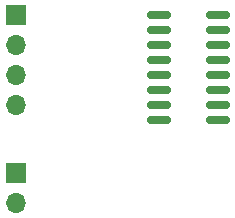
<source format=gbr>
%TF.GenerationSoftware,KiCad,Pcbnew,8.0.3*%
%TF.CreationDate,2024-12-07T17:37:54-06:00*%
%TF.ProjectId,XVI Overclock,58564920-4f76-4657-9263-6c6f636b2e6b,rev?*%
%TF.SameCoordinates,Original*%
%TF.FileFunction,Paste,Top*%
%TF.FilePolarity,Positive*%
%FSLAX46Y46*%
G04 Gerber Fmt 4.6, Leading zero omitted, Abs format (unit mm)*
G04 Created by KiCad (PCBNEW 8.0.3) date 2024-12-07 17:37:54*
%MOMM*%
%LPD*%
G01*
G04 APERTURE LIST*
G04 Aperture macros list*
%AMRoundRect*
0 Rectangle with rounded corners*
0 $1 Rounding radius*
0 $2 $3 $4 $5 $6 $7 $8 $9 X,Y pos of 4 corners*
0 Add a 4 corners polygon primitive as box body*
4,1,4,$2,$3,$4,$5,$6,$7,$8,$9,$2,$3,0*
0 Add four circle primitives for the rounded corners*
1,1,$1+$1,$2,$3*
1,1,$1+$1,$4,$5*
1,1,$1+$1,$6,$7*
1,1,$1+$1,$8,$9*
0 Add four rect primitives between the rounded corners*
20,1,$1+$1,$2,$3,$4,$5,0*
20,1,$1+$1,$4,$5,$6,$7,0*
20,1,$1+$1,$6,$7,$8,$9,0*
20,1,$1+$1,$8,$9,$2,$3,0*%
G04 Aperture macros list end*
%ADD10RoundRect,0.150000X-0.850000X-0.150000X0.850000X-0.150000X0.850000X0.150000X-0.850000X0.150000X0*%
%ADD11O,1.700000X1.700000*%
%ADD12R,1.700000X1.700000*%
G04 APERTURE END LIST*
D10*
%TO.C,IC1*%
X151090000Y-99060000D03*
X151090000Y-100330000D03*
X151090000Y-101600000D03*
X151090000Y-102870000D03*
X151090000Y-104140000D03*
X151090000Y-105410000D03*
X151090000Y-106680000D03*
X151090000Y-107950000D03*
X146090000Y-107950000D03*
X146090000Y-106680000D03*
X146090000Y-105410000D03*
X146090000Y-104140000D03*
X146090000Y-102870000D03*
X146090000Y-101600000D03*
X146090000Y-100330000D03*
X146090000Y-99060000D03*
%TD*%
D11*
%TO.C,SW1*%
X133985000Y-114935000D03*
D12*
X133985000Y-112395000D03*
%TD*%
D11*
%TO.C,J1*%
X133985000Y-106680000D03*
X133985000Y-104140000D03*
X133985000Y-101600000D03*
D12*
X133985000Y-99060000D03*
%TD*%
M02*

</source>
